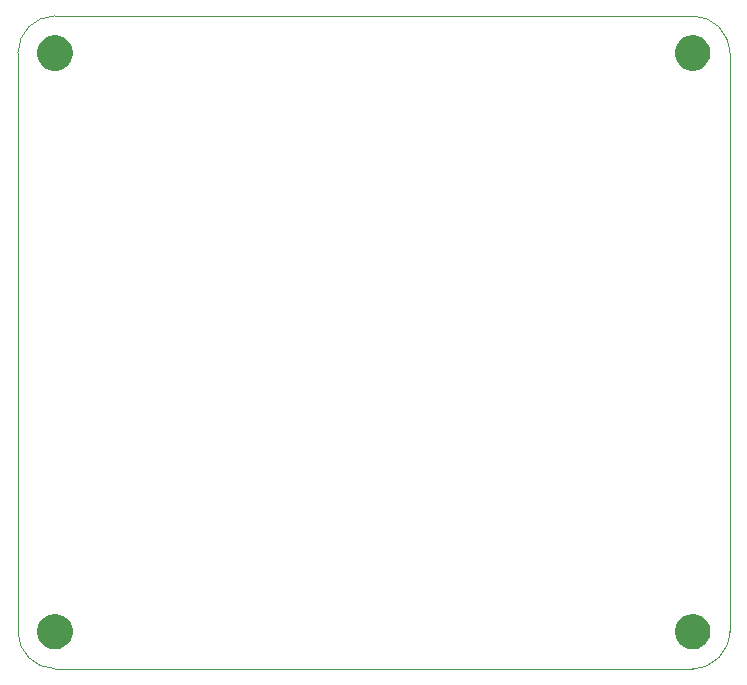
<source format=gbr>
%TF.GenerationSoftware,Altium Limited,Altium Designer,24.3.1 (35)*%
G04 Layer_Color=0*
%FSLAX43Y43*%
%MOMM*%
%TF.SameCoordinates,9DAA59CA-406A-4E62-98C5-13318CB5E6F2*%
%TF.FilePolarity,Positive*%
%TF.FileFunction,Profile,NP*%
%TF.Part,Single*%
G01*
G75*
%TA.AperFunction,Profile*%
%ADD70C,0.025*%
G36*
X1500Y52000D02*
Y51852D01*
X1558Y51562D01*
X1671Y51289D01*
X1835Y51044D01*
X2044Y50835D01*
X2289Y50671D01*
X2562Y50558D01*
X2852Y50500D01*
X3000D01*
X3148D01*
X3438Y50558D01*
X3711Y50671D01*
X3956Y50835D01*
X4165Y51044D01*
X4329Y51289D01*
X4442Y51562D01*
X4500Y51852D01*
Y52000D01*
Y52148D01*
X4442Y52438D01*
X4329Y52711D01*
X4165Y52956D01*
X3956Y53165D01*
X3711Y53329D01*
X3438Y53442D01*
X3148Y53500D01*
X3000D01*
X2852D01*
X2562Y53442D01*
X2289Y53329D01*
X2044Y53165D01*
X1835Y52956D01*
X1671Y52711D01*
X1558Y52438D01*
X1500Y52148D01*
Y52000D01*
D01*
D02*
G37*
G36*
Y3000D02*
Y2852D01*
X1558Y2562D01*
X1671Y2289D01*
X1835Y2044D01*
X2044Y1835D01*
X2289Y1671D01*
X2562Y1558D01*
X2852Y1500D01*
X3000D01*
X3148D01*
X3438Y1558D01*
X3711Y1671D01*
X3956Y1835D01*
X4165Y2044D01*
X4329Y2289D01*
X4442Y2562D01*
X4500Y2852D01*
Y3000D01*
Y3148D01*
X4442Y3438D01*
X4329Y3711D01*
X4165Y3956D01*
X3956Y4165D01*
X3711Y4329D01*
X3438Y4442D01*
X3148Y4500D01*
X3000D01*
X2852D01*
X2562Y4442D01*
X2289Y4329D01*
X2044Y4165D01*
X1835Y3956D01*
X1671Y3711D01*
X1558Y3438D01*
X1500Y3148D01*
Y3000D01*
D01*
D02*
G37*
G36*
X55500D02*
Y2852D01*
X55558Y2562D01*
X55671Y2289D01*
X55835Y2044D01*
X56044Y1835D01*
X56289Y1671D01*
X56562Y1558D01*
X56852Y1500D01*
X57000D01*
X57148D01*
X57438Y1558D01*
X57711Y1671D01*
X57956Y1835D01*
X58165Y2044D01*
X58329Y2289D01*
X58442Y2562D01*
X58500Y2852D01*
Y3000D01*
Y3148D01*
X58442Y3438D01*
X58329Y3711D01*
X58165Y3956D01*
X57956Y4165D01*
X57711Y4329D01*
X57438Y4442D01*
X57148Y4500D01*
X57000D01*
X56852D01*
X56562Y4442D01*
X56289Y4329D01*
X56044Y4165D01*
X55835Y3956D01*
X55671Y3711D01*
X55558Y3438D01*
X55500Y3148D01*
Y3000D01*
D01*
D02*
G37*
G36*
Y52000D02*
Y51852D01*
X55558Y51562D01*
X55671Y51289D01*
X55835Y51044D01*
X56044Y50835D01*
X56289Y50671D01*
X56562Y50558D01*
X56852Y50500D01*
X57000D01*
X57148D01*
X57438Y50558D01*
X57711Y50671D01*
X57956Y50835D01*
X58165Y51044D01*
X58329Y51289D01*
X58442Y51562D01*
X58500Y51852D01*
Y52000D01*
Y52148D01*
X58442Y52438D01*
X58329Y52711D01*
X58165Y52956D01*
X57956Y53165D01*
X57711Y53329D01*
X57438Y53442D01*
X57148Y53500D01*
X57000D01*
X56852D01*
X56562Y53442D01*
X56289Y53329D01*
X56044Y53165D01*
X55835Y52956D01*
X55671Y52711D01*
X55558Y52438D01*
X55500Y52148D01*
Y52000D01*
D01*
D02*
G37*
D70*
X-127Y2972D02*
X-127Y51999D01*
X-127Y52024D01*
D02*
G02*
X3000Y55127I3127J-24D01*
G01*
X3001Y55127D01*
X57000Y55127D01*
D02*
G02*
X60127Y52024I0J-3127D01*
G01*
X60127Y51999D01*
X60127Y3073D01*
Y3000D01*
D02*
G02*
X57000Y-127I-3127J0D01*
G01*
X56972D01*
X3023Y-127D01*
X3000Y-127D01*
D02*
G02*
X-127Y2972I0J3127D01*
G01*
%TF.MD5,f069553714476d55bacf90aacb5201ec*%
M02*

</source>
